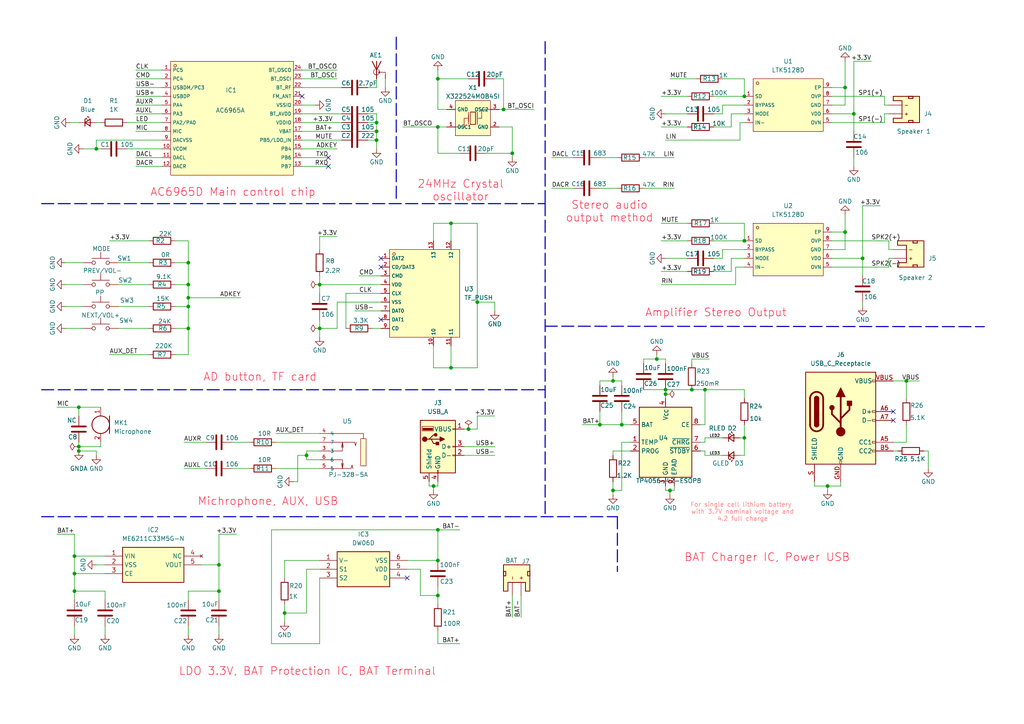
<source format=kicad_sch>
(kicad_sch (version 20250114) (generator "eeschema") (generator_version "9.0")
  (paper "A4")
  (title_block (title "Bluetooth audio board") (date "2025-11-17") (rev "V1.1") (company "EDIC"))
  (text "AC6965D Main control chip" (at 67.564 55.88 0) (effects (font (size 2.3 2.3))))
  (text "For single cell lithium battery \nwith 3.7V nominal voltage and\n4.2 full charge" (at 215.392 148.59 0) (effects (font (size 1.27 1.27))))
  (text "BAT Charger IC, Power USB" (at 222.504 161.798 0) (effects (font (size 2.3 2.3))))
  (text "Stereo audio\noutput method" (at 176.784 61.468 0) (effects (font (size 2.3 2.3))))
  (text "Michrophone, AUX, USB" (at 77.724 145.542 0) (effects (font (size 2.3 2.3))))
  (text "AD button, TF card" (at 75.438 109.474 0) (effects (font (size 2.3 2.3))))
  (text "Amplifier Stereo Output" (at 207.645 90.805 0) (effects (font (size 2.3 2.3))))
  (text "24MHz Crystal\noscillator" (at 133.604 55.372 0) (effects (font (size 2.3 2.3))))
  (text "LDO 3.3V, BAT Protection IC, BAT Terminal" (at 89.154 194.818 0) (effects (font (size 2.3 2.3))))
  (junction (at 109.22 40.64))
  (junction (at 127 36.83))
  (junction (at 177.8 142.24))
  (junction (at 127 22.86))
  (junction (at 125.73 140.97))
  (junction (at 193.04 113.03))
  (junction (at 27.94 43.18))
  (junction (at 146.05 31.75))
  (junction (at 215.9 27.94))
  (junction (at 148.59 44.45))
  (junction (at 245.11 25.4))
  (junction (at 63.5 171.45))
  (junction (at 127 172.72))
  (junction (at 190.5 104.14))
  (junction (at 250.19 74.93))
  (junction (at 127 162.56))
  (junction (at 193.04 114.3))
  (junction (at 138.43 87.63))
  (junction (at 247.65 33.02))
  (junction (at 63.5 163.83))
  (junction (at 130.81 64.77))
  (junction (at 262.89 110.49))
  (junction (at 215.9 127))
  (junction (at 180.34 123.19))
  (junction (at 177.8 110.49))
  (junction (at 22.86 118.11))
  (junction (at 54.61 76.2))
  (junction (at 21.59 171.45))
  (junction (at 22.86 129.54))
  (junction (at 240.03 140.97))
  (junction (at 215.9 69.85))
  (junction (at 92.71 95.25))
  (junction (at 127 153.67))
  (junction (at 109.22 38.1))
  (junction (at 88.9 132.08))
  (junction (at 200.66 113.03))
  (junction (at 54.61 88.9))
  (junction (at 173.99 123.19))
  (junction (at 135.89 124.46))
  (junction (at 54.61 82.55))
  (junction (at 54.61 86.36))
  (junction (at 204.47 113.03))
  (junction (at 130.81 106.68))
  (junction (at 22.86 130.81))
  (junction (at 21.59 161.29))
  (junction (at 54.61 95.25))
  (junction (at 194.31 142.24))
  (junction (at 21.59 166.37))
  (junction (at 109.22 35.56))
  (junction (at 82.55 177.8))
  (junction (at 92.71 82.55))
  (junction (at 245.11 67.31))
  (no_connect (at 95.25 48.26))
  (no_connect (at 87.63 27.94))
  (no_connect (at 110.49 92.71))
  (no_connect (at 110.49 74.93))
  (no_connect (at 110.49 77.47))
  (no_connect (at 259.08 119.38))
  (no_connect (at 259.08 121.92))
  (no_connect (at 95.25 45.72))
  (no_connect (at 118.11 167.64))
  (wire (pts (xy 250.19 74.93) (xy 250.19 80.01)))
  (wire (pts (xy 191.77 27.94) (xy 199.39 27.94)))
  (wire (pts (xy 241.3 74.93) (xy 250.19 74.93)))
  (wire (pts (xy 78.74 153.67) (xy 127 153.67)))
  (wire (pts (xy 50.8 69.85) (xy 54.61 69.85)))
  (wire (pts (xy 140.97 44.45) (xy 148.59 44.45)))
  (wire (pts (xy 53.34 135.89) (xy 59.69 135.89)))
  (wire (pts (xy 31.75 69.85) (xy 43.18 69.85)))
  (wire (pts (xy 110.49 87.63) (xy 97.79 87.63)))
  (wire (pts (xy 204.47 127) (xy 209.55 127)))
  (wire (pts (xy 80.01 125.73) (xy 92.71 125.73)))
  (wire (pts (xy 22.86 129.54) (xy 22.86 130.81)))
  (wire (pts (xy 121.92 165.1) (xy 121.92 172.72)))
  (wire (pts (xy 186.69 105.41) (xy 186.69 104.14)))
  (wire (pts (xy 127 186.69) (xy 133.35 186.69)))
  (wire (pts (xy 21.59 154.94) (xy 16.51 154.94)))
  (wire (pts (xy 124.46 139.7) (xy 124.46 140.97)))
  (wire (pts (xy 29.21 128.27) (xy 29.21 129.54)))
  (wire (pts (xy 215.9 132.08) (xy 215.9 127)))
  (wire (pts (xy 97.79 87.63) (xy 97.79 95.25)))
  (wire (pts (xy 21.59 166.37) (xy 21.59 161.29)))
  (wire (pts (xy 186.69 113.03) (xy 193.04 113.03)))
  (wire (pts (xy 133.35 44.45) (xy 127 44.45)))
  (wire (pts (xy 54.61 69.85) (xy 54.61 76.2)))
  (wire (pts (xy 193.04 115.57) (xy 193.04 114.3)))
  (wire (pts (xy 256.54 30.48) (xy 256.54 27.94)))
  (wire (pts (xy 180.34 110.49) (xy 180.34 111.76)))
  (wire (pts (xy 92.71 162.56) (xy 82.55 162.56)))
  (wire (pts (xy 135.89 124.46) (xy 138.43 124.46)))
  (wire (pts (xy 190.5 102.87) (xy 190.5 104.14)))
  (wire (pts (xy 63.5 163.83) (xy 63.5 154.94)))
  (wire (pts (xy 241.3 25.4) (xy 245.11 25.4)))
  (wire (pts (xy 20.32 35.56) (xy 22.86 35.56)))
  (polyline (pts (xy 12.065 113.03) (xy 158.115 113.03)) (stroke (width 0.32) (type dash)))
  (wire (pts (xy 39.37 48.26) (xy 46.99 48.26)))
  (wire (pts (xy 78.74 186.69) (xy 78.74 153.67)))
  (wire (pts (xy 29.21 129.54) (xy 22.86 129.54)))
  (wire (pts (xy 127 170.18) (xy 127 172.72)))
  (wire (pts (xy 214.63 40.64) (xy 214.63 35.56)))
  (wire (pts (xy 130.81 64.77) (xy 130.81 69.85)))
  (wire (pts (xy 92.71 130.81) (xy 88.9 130.81)))
  (wire (pts (xy 102.87 90.17) (xy 110.49 90.17)))
  (wire (pts (xy 160.02 45.72) (xy 166.37 45.72)))
  (wire (pts (xy 121.92 172.72) (xy 127 172.72)))
  (wire (pts (xy 245.11 67.31) (xy 245.11 62.23)))
  (wire (pts (xy 54.61 173.99) (xy 54.61 171.45)))
  (wire (pts (xy 143.51 90.17) (xy 143.51 87.63)))
  (wire (pts (xy 204.47 130.81) (xy 204.47 132.08)))
  (wire (pts (xy 39.37 30.48) (xy 46.99 30.48)))
  (wire (pts (xy 19.05 88.9) (xy 24.13 88.9)))
  (wire (pts (xy 207.01 27.94) (xy 215.9 27.94)))
  (wire (pts (xy 180.34 123.19) (xy 182.88 123.19)))
  (wire (pts (xy 259.08 128.27) (xy 262.89 128.27)))
  (wire (pts (xy 193.04 142.24) (xy 194.31 142.24)))
  (wire (pts (xy 88.9 133.35) (xy 92.71 133.35)))
  (wire (pts (xy 27.94 40.64) (xy 27.94 43.18)))
  (wire (pts (xy 182.88 128.27) (xy 180.34 128.27)))
  (wire (pts (xy 177.8 110.49) (xy 180.34 110.49)))
  (polyline (pts (xy 158.115 59.055) (xy 158.115 149.86)) (stroke (width 0.32) (type dash)))
  (wire (pts (xy 215.9 113.03) (xy 204.47 113.03)))
  (wire (pts (xy 54.61 171.45) (xy 63.5 171.45)))
  (wire (pts (xy 127 31.75) (xy 127 22.86)))
  (wire (pts (xy 193.04 113.03) (xy 200.66 113.03)))
  (wire (pts (xy 173.99 54.61) (xy 179.07 54.61)))
  (wire (pts (xy 138.43 120.65) (xy 143.51 120.65)))
  (wire (pts (xy 204.47 123.19) (xy 204.47 113.03)))
  (wire (pts (xy 215.9 115.57) (xy 215.9 113.03)))
  (wire (pts (xy 243.84 140.97) (xy 243.84 139.7)))
  (wire (pts (xy 54.61 86.36) (xy 54.61 88.9)))
  (wire (pts (xy 22.86 128.27) (xy 22.86 129.54)))
  (wire (pts (xy 247.65 45.72) (xy 247.65 48.26)))
  (wire (pts (xy 27.94 35.56) (xy 29.21 35.56)))
  (wire (pts (xy 88.9 177.8) (xy 82.55 177.8)))
  (wire (pts (xy 209.55 22.86) (xy 215.9 22.86)))
  (wire (pts (xy 213.36 82.55) (xy 213.36 77.47)))
  (wire (pts (xy 257.81 69.85) (xy 241.3 69.85)))
  (wire (pts (xy 215.9 22.86) (xy 215.9 27.94)))
  (wire (pts (xy 193.04 40.64) (xy 214.63 40.64)))
  (wire (pts (xy 92.71 92.71) (xy 92.71 95.25)))
  (wire (pts (xy 256.54 35.56) (xy 256.54 33.02)))
  (wire (pts (xy 127 153.67) (xy 127 162.56)))
  (wire (pts (xy 134.62 129.54) (xy 143.51 129.54)))
  (wire (pts (xy 127 172.72) (xy 127 175.26)))
  (wire (pts (xy 186.69 104.14) (xy 190.5 104.14)))
  (wire (pts (xy 80.01 128.27) (xy 92.71 128.27)))
  (wire (pts (xy 177.8 142.24) (xy 177.8 143.51)))
  (wire (pts (xy 127 182.88) (xy 127 186.69)))
  (wire (pts (xy 250.19 87.63) (xy 250.19 88.9)))
  (wire (pts (xy 269.24 130.81) (xy 269.24 135.89)))
  (wire (pts (xy 21.59 166.37) (xy 30.48 166.37)))
  (wire (pts (xy 92.71 82.55) (xy 110.49 82.55)))
  (wire (pts (xy 125.73 69.85) (xy 125.73 64.77)))
  (wire (pts (xy 118.11 162.56) (xy 127 162.56)))
  (wire (pts (xy 257.81 77.47) (xy 257.81 74.93)))
  (wire (pts (xy 67.31 128.27) (xy 72.39 128.27)))
  (polyline (pts (xy 12.065 149.86) (xy 147.32 149.86)) (stroke (width 0.32) (type dash)))
  (wire (pts (xy 177.8 109.22) (xy 177.8 110.49)))
  (polyline (pts (xy 147.32 149.86) (xy 179.07 149.86)) (stroke (width 0.32) (type dash)))
  (wire (pts (xy 87.63 40.64) (xy 99.06 40.64)))
  (wire (pts (xy 127 44.45) (xy 127 36.83)))
  (wire (pts (xy 34.29 95.25) (xy 43.18 95.25)))
  (wire (pts (xy 247.65 33.02) (xy 247.65 38.1)))
  (wire (pts (xy 63.5 154.94) (xy 68.58 154.94)))
  (wire (pts (xy 259.08 130.81) (xy 260.35 130.81)))
  (wire (pts (xy 146.05 31.75) (xy 154.94 31.75)))
  (wire (pts (xy 27.94 132.08) (xy 27.94 130.81)))
  (wire (pts (xy 138.43 87.63) (xy 138.43 106.68)))
  (wire (pts (xy 87.63 30.48) (xy 91.44 30.48)))
  (wire (pts (xy 39.37 38.1) (xy 46.99 38.1)))
  (wire (pts (xy 245.11 25.4) (xy 245.11 17.78)))
  (wire (pts (xy 194.31 142.24) (xy 194.31 143.51)))
  (wire (pts (xy 203.2 128.27) (xy 204.47 128.27)))
  (wire (pts (xy 207.01 36.83) (xy 212.09 36.83)))
  (wire (pts (xy 209.55 74.93) (xy 209.55 72.39)))
  (wire (pts (xy 109.22 25.4) (xy 106.68 25.4)))
  (wire (pts (xy 125.73 64.77) (xy 130.81 64.77)))
  (wire (pts (xy 87.63 43.18) (xy 97.79 43.18)))
  (wire (pts (xy 241.3 27.94) (xy 256.54 27.94)))
  (wire (pts (xy 214.63 35.56) (xy 215.9 35.56)))
  (wire (pts (xy 186.69 54.61) (xy 195.58 54.61)))
  (wire (pts (xy 194.31 22.86) (xy 201.93 22.86)))
  (wire (pts (xy 245.11 72.39) (xy 245.11 67.31)))
  (wire (pts (xy 207.01 69.85) (xy 215.9 69.85)))
  (wire (pts (xy 97.79 68.58) (xy 92.71 68.58)))
  (wire (pts (xy 118.11 165.1) (xy 121.92 165.1)))
  (wire (pts (xy 97.79 95.25) (xy 92.71 95.25)))
  (polyline (pts (xy 12.065 59.055) (xy 158.115 59.055)) (stroke (width 0.32) (type dash)))
  (wire (pts (xy 87.63 20.32) (xy 97.79 20.32)))
  (wire (pts (xy 151.13 172.72) (xy 151.13 179.07)))
  (wire (pts (xy 134.62 132.08) (xy 143.51 132.08)))
  (wire (pts (xy 63.5 173.99) (xy 63.5 171.45)))
  (wire (pts (xy 247.65 17.78) (xy 247.65 33.02)))
  (wire (pts (xy 87.63 45.72) (xy 95.25 45.72)))
  (wire (pts (xy 212.09 74.93) (xy 215.9 74.93)))
  (wire (pts (xy 168.91 123.19) (xy 173.99 123.19)))
  (wire (pts (xy 186.69 45.72) (xy 195.58 45.72)))
  (wire (pts (xy 109.22 33.02) (xy 109.22 35.56)))
  (wire (pts (xy 30.48 171.45) (xy 21.59 171.45)))
  (wire (pts (xy 262.89 110.49) (xy 262.89 115.57)))
  (wire (pts (xy 148.59 44.45) (xy 148.59 36.83)))
  (wire (pts (xy 92.71 165.1) (xy 88.9 165.1)))
  (wire (pts (xy 193.04 33.02) (xy 199.39 33.02)))
  (wire (pts (xy 255.27 59.69) (xy 250.19 59.69)))
  (wire (pts (xy 36.83 43.18) (xy 46.99 43.18)))
  (wire (pts (xy 207.01 64.77) (xy 215.9 64.77)))
  (wire (pts (xy 53.34 128.27) (xy 59.69 128.27)))
  (wire (pts (xy 87.63 38.1) (xy 99.06 38.1)))
  (wire (pts (xy 138.43 106.68) (xy 130.81 106.68)))
  (wire (pts (xy 148.59 44.45) (xy 148.59 45.72)))
  (wire (pts (xy 127 22.86) (xy 127 20.32)))
  (wire (pts (xy 31.75 102.87) (xy 43.18 102.87)))
  (wire (pts (xy 241.3 77.47) (xy 257.81 77.47)))
  (wire (pts (xy 87.63 22.86) (xy 97.79 22.86)))
  (wire (pts (xy 109.22 40.64) (xy 109.22 43.18)))
  (wire (pts (xy 193.04 74.93) (xy 199.39 74.93)))
  (wire (pts (xy 50.8 88.9) (xy 54.61 88.9)))
  (wire (pts (xy 241.3 67.31) (xy 245.11 67.31)))
  (wire (pts (xy 21.59 161.29) (xy 30.48 161.29)))
  (wire (pts (xy 92.71 95.25) (xy 92.71 97.79)))
  (polyline (pts (xy 179.07 149.86) (xy 179.07 165.735)) (stroke (width 0.32) (type dash)))
  (wire (pts (xy 80.01 135.89) (xy 92.71 135.89)))
  (wire (pts (xy 39.37 45.72) (xy 46.99 45.72)))
  (wire (pts (xy 212.09 78.74) (xy 212.09 74.93)))
  (wire (pts (xy 130.81 64.77) (xy 138.43 64.77)))
  (wire (pts (xy 209.55 30.48) (xy 215.9 30.48)))
  (wire (pts (xy 173.99 110.49) (xy 177.8 110.49)))
  (wire (pts (xy 245.11 30.48) (xy 245.11 25.4)))
  (wire (pts (xy 30.48 181.61) (xy 30.48 184.15)))
  (wire (pts (xy 138.43 124.46) (xy 138.43 120.65)))
  (wire (pts (xy 21.59 161.29) (xy 21.59 154.94)))
  (wire (pts (xy 92.71 82.55) (xy 92.71 85.09)))
  (wire (pts (xy 67.31 135.89) (xy 72.39 135.89)))
  (wire (pts (xy 212.09 36.83) (xy 212.09 33.02)))
  (wire (pts (xy 200.66 105.41) (xy 200.66 104.14)))
  (wire (pts (xy 236.22 140.97) (xy 240.03 140.97)))
  (wire (pts (xy 109.22 22.86) (xy 109.22 25.4)))
  (wire (pts (xy 39.37 22.86) (xy 46.99 22.86)))
  (wire (pts (xy 87.63 35.56) (xy 99.06 35.56)))
  (wire (pts (xy 34.29 88.9) (xy 43.18 88.9)))
  (wire (pts (xy 100.33 85.09) (xy 110.49 85.09)))
  (wire (pts (xy 88.9 130.81) (xy 88.9 132.08)))
  (wire (pts (xy 257.81 72.39) (xy 257.81 69.85)))
  (wire (pts (xy 214.63 132.08) (xy 215.9 132.08)))
  (wire (pts (xy 262.89 128.27) (xy 262.89 123.19)))
  (wire (pts (xy 212.09 33.02) (xy 215.9 33.02)))
  (wire (pts (xy 173.99 45.72) (xy 179.07 45.72)))
  (wire (pts (xy 267.97 130.81) (xy 269.24 130.81)))
  (wire (pts (xy 194.31 142.24) (xy 195.58 142.24)))
  (wire (pts (xy 88.9 165.1) (xy 88.9 177.8)))
  (wire (pts (xy 46.99 40.64) (xy 27.94 40.64)))
  (wire (pts (xy 106.68 35.56) (xy 109.22 35.56)))
  (wire (pts (xy 193.04 140.97) (xy 193.04 142.24)))
  (wire (pts (xy 27.94 130.81) (xy 22.86 130.81)))
  (polyline (pts (xy 158.115 12.065) (xy 158.115 59.055)) (stroke (width 0.32) (type dash)))
  (wire (pts (xy 134.62 124.46) (xy 135.89 124.46)))
  (wire (pts (xy 39.37 27.94) (xy 46.99 27.94)))
  (wire (pts (xy 22.86 118.11) (xy 29.21 118.11)))
  (wire (pts (xy 213.36 77.47) (xy 215.9 77.47)))
  (wire (pts (xy 27.94 43.18) (xy 29.21 43.18)))
  (wire (pts (xy 54.61 102.87) (xy 50.8 102.87)))
  (wire (pts (xy 106.68 40.64) (xy 109.22 40.64)))
  (wire (pts (xy 173.99 119.38) (xy 173.99 123.19)))
  (wire (pts (xy 58.42 163.83) (xy 63.5 163.83)))
  (wire (pts (xy 191.77 82.55) (xy 213.36 82.55)))
  (wire (pts (xy 215.9 127) (xy 215.9 123.19)))
  (wire (pts (xy 85.09 139.7) (xy 86.36 139.7)))
  (wire (pts (xy 160.02 54.61) (xy 166.37 54.61)))
  (wire (pts (xy 191.77 69.85) (xy 199.39 69.85)))
  (wire (pts (xy 259.08 110.49) (xy 262.89 110.49)))
  (wire (pts (xy 87.63 33.02) (xy 99.06 33.02)))
  (wire (pts (xy 19.05 76.2) (xy 24.13 76.2)))
  (wire (pts (xy 106.68 38.1) (xy 109.22 38.1)))
  (wire (pts (xy 207.01 74.93) (xy 209.55 74.93)))
  (wire (pts (xy 116.84 36.83) (xy 127 36.83)))
  (wire (pts (xy 88.9 132.08) (xy 88.9 133.35)))
  (wire (pts (xy 173.99 123.19) (xy 180.34 123.19)))
  (wire (pts (xy 180.34 128.27) (xy 180.34 142.24)))
  (wire (pts (xy 63.5 181.61) (xy 63.5 184.15)))
  (wire (pts (xy 21.59 171.45) (xy 21.59 166.37)))
  (wire (pts (xy 92.71 68.58) (xy 92.71 72.39)))
  (wire (pts (xy 240.03 140.97) (xy 243.84 140.97)))
  (wire (pts (xy 127 36.83) (xy 129.54 36.83)))
  (wire (pts (xy 143.51 22.86) (xy 146.05 22.86)))
  (wire (pts (xy 106.68 33.02) (xy 109.22 33.02)))
  (wire (pts (xy 193.04 104.14) (xy 193.04 105.41)))
  (wire (pts (xy 86.36 139.7) (xy 86.36 132.08)))
  (wire (pts (xy 215.9 64.77) (xy 215.9 69.85)))
  (wire (pts (xy 125.73 106.68) (xy 125.73 100.33)))
  (wire (pts (xy 27.94 163.83) (xy 30.48 163.83)))
  (wire (pts (xy 180.34 119.38) (xy 180.34 123.19)))
  (wire (pts (xy 191.77 64.77) (xy 199.39 64.77)))
  (wire (pts (xy 107.95 95.25) (xy 110.49 95.25)))
  (wire (pts (xy 54.61 76.2) (xy 54.61 82.55)))
  (wire (pts (xy 54.61 181.61) (xy 54.61 184.15)))
  (wire (pts (xy 36.83 35.56) (xy 46.99 35.56)))
  (wire (pts (xy 104.14 80.01) (xy 110.49 80.01)))
  (wire (pts (xy 19.05 82.55) (xy 24.13 82.55)))
  (wire (pts (xy 130.81 100.33) (xy 130.81 106.68)))
  (wire (pts (xy 207.01 33.02) (xy 209.55 33.02)))
  (wire (pts (xy 34.29 82.55) (xy 43.18 82.55)))
  (wire (pts (xy 124.46 140.97) (xy 125.73 140.97)))
  (wire (pts (xy 87.63 25.4) (xy 99.06 25.4)))
  (wire (pts (xy 21.59 173.99) (xy 21.59 171.45)))
  (wire (pts (xy 92.71 186.69) (xy 78.74 186.69)))
  (wire (pts (xy 125.73 140.97) (xy 127 140.97)))
  (wire (pts (xy 256.54 30.48) (xy 257.81 30.48)))
  (wire (pts (xy 209.55 72.39) (xy 215.9 72.39)))
  (wire (pts (xy 111.76 22.86) (xy 111.76 25.4)))
  (wire (pts (xy 22.86 118.11) (xy 22.86 120.65)))
  (wire (pts (xy 54.61 86.36) (xy 69.85 86.36)))
  (wire (pts (xy 144.78 31.75) (xy 146.05 31.75)))
  (wire (pts (xy 256.54 33.02) (xy 257.81 33.02)))
  (wire (pts (xy 207.01 78.74) (xy 212.09 78.74)))
  (wire (pts (xy 82.55 175.26) (xy 82.55 177.8)))
  (wire (pts (xy 92.71 167.64) (xy 92.71 186.69)))
  (wire (pts (xy 143.51 87.63) (xy 138.43 87.63)))
  (wire (pts (xy 87.63 48.26) (xy 95.25 48.26)))
  (wire (pts (xy 190.5 104.14) (xy 193.04 104.14)))
  (wire (pts (xy 236.22 139.7) (xy 236.22 140.97)))
  (wire (pts (xy 138.43 64.77) (xy 138.43 87.63)))
  (wire (pts (xy 241.3 72.39) (xy 245.11 72.39)))
  (wire (pts (xy 177.8 130.81) (xy 177.8 132.08)))
  (wire (pts (xy 86.36 132.08) (xy 88.9 132.08)))
  (wire (pts (xy 63.5 171.45) (xy 63.5 163.83)))
  (polyline (pts (xy 114.935 10.795) (xy 114.935 58.42)) (stroke (width 0.32) (type dash)))
  (wire (pts (xy 39.37 25.4) (xy 46.99 25.4)))
  (wire (pts (xy 204.47 128.27) (xy 204.47 127)))
  (wire (pts (xy 21.59 181.61) (xy 21.59 184.15)))
  (wire (pts (xy 214.63 127) (xy 215.9 127)))
  (wire (pts (xy 195.58 142.24) (xy 195.58 140.97)))
  (wire (pts (xy 19.05 95.25) (xy 24.13 95.25)))
  (wire (pts (xy 182.88 130.81) (xy 177.8 130.81)))
  (wire (pts (xy 204.47 113.03) (xy 200.66 113.03)))
  (wire (pts (xy 200.66 104.14) (xy 205.74 104.14)))
  (wire (pts (xy 127 140.97) (xy 127 139.7)))
  (wire (pts (xy 34.29 76.2) (xy 43.18 76.2)))
  (wire (pts (xy 30.48 173.99) (xy 30.48 171.45)))
  (wire (pts (xy 241.3 35.56) (xy 256.54 35.56)))
  (wire (pts (xy 109.22 38.1) (xy 109.22 40.64)))
  (wire (pts (xy 82.55 177.8) (xy 82.55 180.34)))
  (wire (pts (xy 209.55 33.02) (xy 209.55 30.48)))
  (wire (pts (xy 241.3 33.02) (xy 247.65 33.02)))
  (wire (pts (xy 100.33 85.09) (xy 100.33 95.25)))
  (polyline (pts (xy 158.115 94.615) (xy 285.496 94.742)) (stroke (width 0.32) (type dash)))
  (wire (pts (xy 125.73 140.97) (xy 125.73 142.24)))
  (wire (pts (xy 127 22.86) (xy 135.89 22.86)))
  (wire (pts (xy 191.77 36.83) (xy 199.39 36.83)))
  (wire (pts (xy 50.8 82.55) (xy 54.61 82.55)))
  (wire (pts (xy 250.19 59.69) (xy 250.19 74.93)))
  (wire (pts (xy 39.37 33.02) (xy 46.99 33.02)))
  (wire (pts (xy 146.05 22.86) (xy 146.05 31.75)))
  (wire (pts (xy 193.04 114.3) (xy 193.04 113.03)))
  (wire (pts (xy 177.8 139.7) (xy 177.8 142.24)))
  (wire (pts (xy 257.81 74.93) (xy 259.08 74.93)))
  (wire (pts (xy 180.34 142.24) (xy 177.8 142.24)))
  (wire (pts (xy 148.59 36.83) (xy 144.78 36.83)))
  (wire (pts (xy 241.3 30.48) (xy 245.11 30.48)))
  (wire (pts (xy 257.81 72.39) (xy 259.08 72.39)))
  (wire (pts (xy 129.54 31.75) (xy 127 31.75)))
  (wire (pts (xy 39.37 20.32) (xy 46.99 20.32)))
  (wire (pts (xy 204.47 132.08) (xy 209.55 132.08)))
  (wire (pts (xy 173.99 111.76) (xy 173.99 110.49)))
  (wire (pts (xy 54.61 88.9) (xy 54.61 95.25)))
  (wire (pts (xy 50.8 95.25) (xy 54.61 95.25)))
  (wire (pts (xy 203.2 130.81) (xy 204.47 130.81)))
  (wire (pts (xy 127 153.67) (xy 133.35 153.67)))
  (wire (pts (xy 54.61 82.55) (xy 54.61 86.36)))
  (wire (pts (xy 240.03 140.97) (xy 240.03 142.24)))
  (wire (pts (xy 82.55 162.56) (xy 82.55 167.64)))
  (wire (pts (xy 109.22 35.56) (xy 109.22 38.1)))
  (wire (pts (xy 54.61 95.25) (xy 54.61 102.87)))
  (wire (pts (xy 252.73 17.78) (xy 247.65 17.78)))
  (wire (pts (xy 50.8 76.2) (xy 54.61 76.2)))
  (wire (pts (xy 16.51 118.11) (xy 22.86 118.11)))
  (wire (pts (xy 262.89 110.49) (xy 266.7 110.49)))
  (wire (pts (xy 92.71 80.01) (xy 92.71 82.55)))
  (wire (pts (xy 191.77 78.74) (xy 199.39 78.74)))
  (wire (pts (xy 24.13 43.18) (xy 27.94 43.18)))
  (wire (pts (xy 203.2 123.19) (xy 204.47 123.19)))
  (wire (pts (xy 148.59 172.72) (xy 148.59 179.07)))
  (wire (pts (xy 130.81 106.68) (xy 125.73 106.68)))
  (label "DACL" (at 39.37 45.72 0))
  (label "USB-" (at 143.51 132.08 180))
  (label "BT_OSCI" (at 97.79 22.86 180))
  (label "+3.3V" (at 252.73 17.78 180))
  (label "+3.3V" (at 31.75 69.85 0))
  (label "LED3" (at 205.74 132.08 0) (effects (font (size 0.8 0.8))))
  (label "BAT+" (at 133.35 186.69 180))
  (label "RXD" (at 95.25 48.26 180))
  (label "BT_OSCO" (at 116.84 36.83 0))
  (label "USB+" (at 39.37 27.94 0))
  (label "AUXL" (at 53.34 135.89 0))
  (label "ADKEY" (at 97.79 43.18 180))
  (label "SP1(-)" (at 248.92 35.56 0))
  (label "SPK2(+)" (at 252.73 69.85 0))
  (label "VBUS" (at 266.7 110.49 180))
  (label "USB-" (at 39.37 25.4 0))
  (label "BAT-" (at 133.35 153.67 180))
  (label "USB-" (at 102.87 90.17 0))
  (label "AUXR" (at 53.34 128.27 0))
  (label "SP1(+)" (at 248.92 27.94 0))
  (label "+3.3V" (at 191.77 27.94 0))
  (label "+3.3V" (at 191.77 78.74 0))
  (label "AUXR" (at 39.37 30.48 0))
  (label "LED2" (at 205.74 127 0) (effects (font (size 0.8 0.8))))
  (label "LIN" (at 193.04 40.64 0))
  (label "MIC" (at 39.37 38.1 0))
  (label "MUTE" (at 191.77 64.77 0))
  (label "ADKEY" (at 69.85 86.36 180))
  (label "CMD" (at 39.37 22.86 0))
  (label "BAT+" (at 168.91 123.19 0))
  (label "MUTE" (at 194.31 22.86 0))
  (label "BAT+" (at 148.59 179.07 90))
  (label "+3.3V" (at 68.58 154.94 180))
  (label "+3.3V" (at 96.52 35.56 180))
  (label "DACR" (at 39.37 48.26 0))
  (label "+3.3V" (at 255.27 59.69 180))
  (label "DACL" (at 160.02 45.72 0))
  (label "BAT-" (at 151.13 179.07 90))
  (label "AUXL" (at 39.37 33.02 0))
  (label "+3.3V" (at 191.77 69.85 0))
  (label "+3.3V" (at 191.77 36.83 0))
  (label "AUX_DET" (at 31.75 102.87 0))
  (label "CMD" (at 104.14 80.01 0))
  (label "RIN" (at 191.77 82.55 0))
  (label "AUX_DET" (at 80.01 125.73 0))
  (label "VBUS" (at 205.74 104.14 180))
  (label "+3.3V" (at 143.51 120.65 180))
  (label "SPK2(-)" (at 252.73 77.47 0))
  (label "BT_OSCI" (at 154.94 31.75 180))
  (label "TXD" (at 95.25 45.72 180))
  (label "BT_OSCO" (at 97.79 20.32 180))
  (label "BAT+" (at 16.51 154.94 0))
  (label "BAT+" (at 96.52 38.1 180))
  (label "MIC" (at 16.51 118.11 0))
  (label "DACR" (at 160.02 54.61 0))
  (label "CLK" (at 104.14 85.09 0))
  (label "LED" (at 39.37 35.56 0))
  (label "MUTE" (at 96.52 40.64 180))
  (label "+3.3V" (at 97.79 68.58 180))
  (label "CLK" (at 39.37 20.32 0))
  (label "USB+" (at 143.51 129.54 180))
  (label "RIN" (at 195.58 54.61 180))
  (label "LIN" (at 195.58 45.72 180))
  (symbol (lib_id "Device:C") (at 173.99 115.57 180) (unit 1)
    (property "Reference" "C25" (at 176.022 117.602 0))
    (property "Value" "10uF" (at 176.53 113.03 0))
    (property "Footprint" "PCM_SparkFun-Capacitor:C_0603_1608Metric" (effects (hide yes)))
    (property "Description" "Unpolarized capacitor" (effects (hide yes)))
  )
  (symbol (lib_id "Device:R") (at 205.74 22.86 90) (unit 1)
    (property "Reference" "R13" (at 205.74 22.86 90))
    (property "Value" "1K" (at 209.804 21.844 90))
    (property "Footprint" "PCM_SparkFun-Resistor:R_0603_1608Metric" (effects (hide yes)))
    (property "Description" "Resistor" (effects (hide yes)))
  )
  (symbol (lib_id "Device:R") (at 46.99 95.25 90) (unit 1)
    (property "Reference" "R6" (at 47.244 95.25 90))
    (property "Value" "24K" (at 47.752 93.218 90))
    (property "Footprint" "PCM_SparkFun-Resistor:R_0603_1608Metric" (effects (hide yes)))
    (property "Description" "Resistor" (effects (hide yes)))
  )
  (symbol (lib_id "PCM_SparkFun-LED:LED_Green_1206") (at 212.09 132.08 0) (mirror x) (unit 1)
    (property "Reference" "D3" (at 214.376 134.366 0))
    (property "Value" "GLED" (at 209.042 134.366 0))
    (property "Footprint" "PCM_SparkFun-LED:LED_0603_1608Metric_Green" (effects (hide yes)))
    (property "Datasheet" "https://www.inolux-corp.com/datasheet/SMDLED/Mono%20Color%20Top%20View/IN-S126AT%20Series_V1.0.pdf" (effects (hide yes)))
    (property "Description" "Light emitting diode" (effects (hide yes)))
    (property "PROD_ID" "DIO-09910" (effects (hide yes)))
  )
  (symbol (lib_id "Device:R") (at 203.2 36.83 90) (unit 1)
    (property "Reference" "R14" (at 202.946 36.83 90))
    (property "Value" "10K" (at 208.534 35.814 90))
    (property "Footprint" "PCM_SparkFun-Resistor:R_0603_1608Metric" (effects (hide yes)))
    (property "Description" "Resistor" (effects (hide yes)))
  )
  (symbol (lib_id "Device:R") (at 46.99 76.2 90) (unit 1)
    (property "Reference" "R3" (at 47.244 76.2 90))
    (property "Value" "0R" (at 48.006 73.914 90))
    (property "Footprint" "PCM_SparkFun-Resistor:R_0603_1608Metric" (effects (hide yes)))
    (property "Description" "Resistor" (effects (hide yes)))
  )
  (symbol (lib_id "Device:R") (at 46.99 69.85 90) (unit 1)
    (property "Reference" "R2" (at 46.482 69.85 90))
    (property "Value" "22K" (at 48.006 67.818 90))
    (property "Footprint" "PCM_SparkFun-Resistor:R_0603_1608Metric" (effects (hide yes)))
    (property "Description" "Resistor" (effects (hide yes)))
  )
  (symbol (lib_id "Device:R") (at 127 179.07 0) (unit 1)
    (property "Reference" "R21" (at 130.302 177.546 0))
    (property "Value" "100R" (at 131.064 180.848 0))
    (property "Footprint" "PCM_SparkFun-Resistor:R_0603_1608Metric" (effects (hide yes)))
    (property "Description" "Resistor" (effects (hide yes)))
  )
  (symbol (lib_id "PCM_SparkFun-PowerSymbol:GND") (at 245.11 62.23 180) (unit 1)
    (property "Reference" "#PWR021" (effects (hide yes)))
    (property "Value" "GND" (at 245.11 58.42 0))
    (property "Description" "Power symbol creates a global label with name \"GND\" , ground" (effects (hide yes)))
  )
  (symbol (lib_id "PCM_SparkFun-PowerSymbol:GND") (at 109.22 43.18 0) (unit 1)
    (property "Reference" "#PWR03" (effects (hide yes)))
    (property "Value" "GND" (at 109.22 46.99 0))
    (property "Description" "Power symbol creates a global label with name \"GND\" , ground" (effects (hide yes)))
  )
  (symbol (lib_id "Device:C") (at 63.5 135.89 90) (unit 1)
    (property "Reference" "C10" (at 60.96 134.62 90))
    (property "Value" "106" (at 67.31 134.62 90))
    (property "Footprint" "PCM_SparkFun-Capacitor:C_0603_1608Metric" (effects (hide yes)))
    (property "Description" "Unpolarized capacitor" (effects (hide yes)))
  )
  (symbol (lib_id "Device:C") (at 186.69 109.22 180) (unit 1)
    (property "Reference" "C26" (at 188.722 111.252 0))
    (property "Value" "10uF" (at 189.23 106.68 0))
    (property "Footprint" "PCM_SparkFun-Capacitor:C_0603_1608Metric" (effects (hide yes)))
    (property "Description" "Unpolarized capacitor" (effects (hide yes)))
  )
  (symbol (lib_id "PCM_SparkFun-PowerSymbol:GND") (at 27.94 132.08 0) (unit 1)
    (property "Reference" "#PWR035" (effects (hide yes)))
    (property "Value" "GND" (at 27.94 135.89 0))
    (property "Description" "Power symbol creates a global label with name \"GND\" , ground" (effects (hide yes)))
  )
  (symbol (lib_id "Device:R") (at 200.66 109.22 0) (unit 1)
    (property "Reference" "R23" (at 203.962 107.696 0))
    (property "Value" "250mR" (at 205.232 111.252 0))
    (property "Footprint" "PCM_SparkFun-Resistor:R_0603_1608Metric" (effects (hide yes)))
    (property "Description" "Resistor" (effects (hide yes)))
  )
  (symbol (lib_id "PCM_4ms_Power-symbol:PWR_FLAG") (at 22.86 129.54 90) (unit 1)
    (property "Reference" "#FLG03" (effects (hide yes)))
    (property "Value" "PWR_FLAG" (effects (hide yes)))
  )
  (symbol (lib_id "My_symbol_lib:LTK5128D") (at 228.6 72.39 0) (unit 1)
    (property "Reference" "U2" (at 228.6 59.69 0))
    (property "Value" "LTK5128D" (at 228.6 62.23 0))
    (property "Footprint" "My_footprint_lib:ESOP-8_L4.9-W3.9-P1.27-LS6.0-BL-EP" (effects (hide yes)))
    (property "Datasheet" "https://www.mornsun.cn/html/pdf/SCM1501B.html" (effects (hide yes)))
    (property "LCSC" "C406244" (effects (hide yes)))
  )
  (symbol (lib_id "Device:C") (at 22.86 124.46 180) (unit 1)
    (property "Reference" "C8" (at 21.082 126.746 0))
    (property "Value" "NC" (at 20.828 121.92 0))
    (property "Footprint" "PCM_SparkFun-Capacitor:C_0603_1608Metric" (effects (hide yes)))
    (property "Description" "Unpolarized capacitor" (effects (hide yes)))
  )
  (symbol (lib_id "PCM_SparkFun-PowerSymbol:GND") (at 30.48 184.15 0) (unit 1)
    (property "Reference" "#PWR025" (effects (hide yes)))
    (property "Value" "GND" (at 30.48 187.96 0))
    (property "Description" "Power symbol creates a global label with name \"GND\" , ground" (effects (hide yes)))
  )
  (symbol (lib_id "PCM_SparkFun-PowerSymbol:GND") (at 247.65 48.26 0) (unit 1)
    (property "Reference" "#PWR019" (effects (hide yes)))
    (property "Value" "GND" (at 247.65 52.07 0))
    (property "Description" "Power symbol creates a global label with name \"GND\" , ground" (effects (hide yes)))
  )
  (symbol (lib_id "Device:R") (at 182.88 45.72 90) (unit 1)
    (property "Reference" "R15" (at 182.626 45.72 90))
    (property "Value" "47K" (at 188.214 44.704 90))
    (property "Footprint" "PCM_SparkFun-Resistor:R_0603_1608Metric" (effects (hide yes)))
    (property "Description" "Resistor" (effects (hide yes)))
  )
  (symbol (lib_id "PCM_SparkFun-PowerSymbol:GND") (at 245.11 17.78 180) (unit 1)
    (property "Reference" "#PWR018" (effects (hide yes)))
    (property "Value" "GND" (at 245.11 13.97 0))
    (property "Description" "Power symbol creates a global label with name \"GND\" , ground" (effects (hide yes)))
  )
  (symbol (lib_id "Device:R") (at 177.8 135.89 0) (unit 1)
    (property "Reference" "R22" (at 181.102 134.366 0))
    (property "Value" "1.2K" (at 181.102 137.922 0))
    (property "Footprint" "PCM_SparkFun-Resistor:R_0603_1608Metric" (effects (hide yes)))
    (property "Description" "Resistor" (effects (hide yes)))
  )
  (symbol (lib_id "PCM_SparkFun-PowerSymbol:GND") (at 177.8 143.51 0) (unit 1)
    (property "Reference" "#PWR029" (effects (hide yes)))
    (property "Value" "GND" (at 177.8 147.32 0))
    (property "Description" "Power symbol creates a global label with name \"GND\" , ground" (effects (hide yes)))
  )
  (symbol (lib_id "PCM_SparkFun-PowerSymbol:GND") (at 82.55 180.34 0) (unit 1)
    (property "Reference" "#PWR028" (effects (hide yes)))
    (property "Value" "GND" (at 82.55 184.15 0))
    (property "Description" "Power symbol creates a global label with name \"GND\" , ground" (effects (hide yes)))
  )
  (symbol (lib_id "PCM_SparkFun-PowerSymbol:GND") (at 91.44 30.48 90) (unit 1)
    (property "Reference" "#PWR05" (effects (hide yes)))
    (property "Value" "GND" (at 95.25 30.48 0))
    (property "Description" "Power symbol creates a global label with name \"GND\" , ground" (effects (hide yes)))
  )
  (symbol (lib_id "Device:C") (at 127 166.37 180) (unit 1)
    (property "Reference" "C23" (at 129.54 168.656 0))
    (property "Value" "100nF" (at 130.556 163.83 0))
    (property "Footprint" "PCM_SparkFun-Capacitor:C_0603_1608Metric" (effects (hide yes)))
    (property "Description" "Unpolarized capacitor" (effects (hide yes)))
  )
  (symbol (lib_id "Connector:USB_A") (at 127 129.54 0) (unit 1)
    (property "Reference" "J3" (at 127 116.84 0))
    (property "Value" "USB_A" (at 127 119.38 0))
    (property "Footprint" "Connector_USB:USB_A_Molex_67643_Horizontal" (effects (hide yes)))
    (property "Description" "USB Type A connector" (effects (hide yes)))
  )
  (symbol (lib_id "Device:R") (at 264.16 130.81 90) (unit 1)
    (property "Reference" "R25" (at 261.366 133.096 90))
    (property "Value" "5.1K" (at 266.192 133.096 90))
    (property "Footprint" "PCM_SparkFun-Resistor:R_0603_1608Metric" (effects (hide yes)))
    (property "Description" "Resistor" (effects (hide yes)))
  )
  (symbol (lib_id "Device:R") (at 262.89 119.38 0) (unit 1)
    (property "Reference" "R26" (at 265.938 117.602 0))
    (property "Value" "5.1K" (at 266.192 121.158 0))
    (property "Footprint" "PCM_SparkFun-Resistor:R_0603_1608Metric" (effects (hide yes)))
    (property "Description" "Resistor" (effects (hide yes)))
  )
  (symbol (lib_id "Device:C") (at 193.04 109.22 180) (unit 1)
    (property "Reference" "C27" (at 195.326 111.506 0))
    (property "Value" "100nF" (at 196.342 106.934 0))
    (property "Footprint" "PCM_SparkFun-Capacitor:C_0603_1608Metric" (effects (hide yes)))
    (property "Description" "Unpolarized capacitor" (effects (hide yes)))
  )
  (symbol (lib_id "PCM_SparkFun-PowerSymbol:GND") (at 250.19 88.9 0) (unit 1)
    (property "Reference" "#PWR022" (effects (hide yes)))
    (property "Value" "GND" (at 250.19 92.71 0))
    (property "Description" "Power symbol creates a global label with name \"GND\" , ground" (effects (hide yes)))
  )
  (symbol (lib_id "Device:C") (at 92.71 88.9 0) (unit 1)
    (property "Reference" "C7" (at 94.488 86.614 0))
    (property "Value" "106" (at 94.996 91.186 0))
    (property "Footprint" "PCM_SparkFun-Capacitor:C_0603_1608Metric" (effects (hide yes)))
    (property "Description" "Unpolarized capacitor" (effects (hide yes)))
  )
  (symbol (lib_id "Device:R") (at 46.99 88.9 90) (unit 1)
    (property "Reference" "R5" (at 46.736 88.9 90))
    (property "Value" "15K" (at 47.244 86.614 90))
    (property "Footprint" "PCM_SparkFun-Resistor:R_0603_1608Metric" (effects (hide yes)))
    (property "Description" "Resistor" (effects (hide yes)))
  )
  (symbol (lib_id "PCM_SparkFun-PowerSymbol:GND") (at 54.61 184.15 0) (unit 1)
    (property "Reference" "#PWR026" (effects (hide yes)))
    (property "Value" "GND" (at 54.61 187.96 0))
    (property "Description" "Power symbol creates a global label with name \"GND\" , ground" (effects (hide yes)))
  )
  (symbol (lib_id "Device:R") (at 203.2 27.94 90) (unit 1)
    (property "Reference" "R12" (at 202.946 27.94 90))
    (property "Value" "100K" (at 208.534 26.924 90))
    (property "Footprint" "PCM_SparkFun-Resistor:R_0603_1608Metric" (effects (hide yes)))
    (property "Description" "Resistor" (effects (hide yes)))
  )
  (symbol (lib_id "Device:C") (at 102.87 33.02 90) (unit 1)
    (property "Reference" "C5" (at 100.33 31.75 90))
    (property "Value" "105" (at 106.68 31.75 90))
    (property "Footprint" "PCM_SparkFun-Capacitor:C_0603_1608Metric" (effects (hide yes)))
    (property "Description" "Unpolarized capacitor" (effects (hide yes)))
  )
  (symbol (lib_id "Device:C") (at 33.02 43.18 90) (unit 1)
    (property "Reference" "C1" (at 30.48 41.91 90))
    (property "Value" "105" (at 36.83 41.91 90))
    (property "Footprint" "PCM_SparkFun-Capacitor:C_0603_1608Metric" (effects (hide yes)))
    (property "Description" "Unpolarized capacitor" (effects (hide yes)))
  )
  (symbol (lib_id "PCM_SparkFun-PowerSymbol:GND") (at 19.05 82.55 270) (unit 1)
    (property "Reference" "#PWR07" (effects (hide yes)))
    (property "Value" "GND" (at 15.24 82.55 0))
    (property "Description" "Power symbol creates a global label with name \"GND\" , ground" (effects (hide yes)))
  )
  (symbol (lib_id "Device:C") (at 30.48 177.8 180) (unit 1)
    (property "Reference" "C20" (at 32.766 180.086 0))
    (property "Value" "100nF" (at 33.782 175.514 0))
    (property "Footprint" "PCM_SparkFun-Capacitor:C_0603_1608Metric" (effects (hide yes)))
    (property "Description" "Unpolarized capacitor" (effects (hide yes)))
  )
  (symbol (lib_id "Device:C") (at 63.5 128.27 90) (unit 1)
    (property "Reference" "C9" (at 60.96 127 90))
    (property "Value" "106" (at 67.31 127 90))
    (property "Footprint" "PCM_SparkFun-Capacitor:C_0603_1608Metric" (effects (hide yes)))
    (property "Description" "Unpolarized capacitor" (effects (hide yes)))
  )
  (symbol (lib_id "PCM_SparkFun-PowerSymbol:GND") (at 92.71 97.79 0) (unit 1)
    (property "Reference" "#PWR010" (effects (hide yes)))
    (property "Value" "GND" (at 92.71 101.6 0))
    (property "Description" "Power symbol creates a global label with name \"GND\" , ground" (effects (hide yes)))
  )
  (symbol (lib_id "PCM_SparkFun-Connector:USB_C_Receptacle") (at 243.84 119.38 0) (unit 1)
    (property "Reference" "J6" (at 243.84 102.87 0))
    (property "Value" "USB_C_Receptacle" (at 243.84 105.41 0))
    (property "Footprint" "PCM_SparkFun-Connector:USB-C_16" (effects (hide yes)))
    (property "Datasheet" "https://www.usb.org/sites/default/files/documents/usb_type-c.zip" (effects (hide yes)))
    (property "Description" "USB 2.0-only Type-C Receptacle connector" (effects (hide yes)))
    (property "PROD_ID" "CONN-14122" (effects (hide yes)))
  )
  (symbol (lib_id "PCM_SparkFun-Connector:Conn_01x02_JST_P2.0mm_Horizontal_SMD_LiPo") (at 262.89 33.02 0) (mirror x) (unit 1)
    (property "Reference" "J4" (at 267.97 33.0201 0) (effects (justify left)))
    (property "Value" "Speaker 1" (at 260.096 38.1 0) (effects (justify left)))
    (property "Footprint" "PCM_SparkFun-Connector:JST_1x02_P2.0mm_Horizontal_SMD" (effects (hide yes)))
    (property "Description" "2 Pin 2mm JST Battery Connector" (effects (hide yes)))
    (property "PROD_ID" "CONN-11443" (effects (hide yes)))
  )
  (symbol (lib_id "Device:R") (at 203.2 78.74 90) (unit 1)
    (property "Reference" "R19" (at 202.946 78.74 90))
    (property "Value" "10K" (at 208.534 77.724 90))
    (property "Footprint" "PCM_SparkFun-Resistor:R_0603_1608Metric" (effects (hide yes)))
    (property "Description" "Resistor" (effects (hide yes)))
  )
  (symbol (lib_id "SamacSys_Parts:DW06D") (at 92.71 162.56 0) (unit 1)
    (property "Reference" "IC3" (at 105.41 154.94 0))
    (property "Value" "DW06D" (at 105.41 157.48 0))
    (property "Footprint" "SamacSys_Parts:SOT95P290X124-6N" (effects (hide yes)))
    (property "Datasheet" "https://www.alldatasheet.com/view.jsp?Searchword=DW06D" (effects (hide yes)))
    (property "Description" "SOT-23-6 Battery Protection ICs RoHS" (effects (hide yes)))
    (property "Height" "1.24" (effects (hide yes)))
    (property "Manufacturer_Name" "SHENZHEN FUMAN ELECTRONICS CO., LTD." (effects (hide yes)))
    (property "Manufacturer_Part_Number" "DW06D" (effects (hide yes)))
  )
  (symbol (lib_id "Device:C") (at 102.87 35.56 90) (unit 1)
    (property "Reference" "C4" (at 100.33 34.29 90))
    (property "Value" "105" (at 106.68 34.29 90))
    (property "Footprint" "PCM_SparkFun-Capacitor:C_0603_1608Metric" (effects (hide yes)))
    (property "Description" "Unpolarized capacitor" (effects (hide yes)))
  )
  (symbol (lib_id "PCM_SparkFun-RF:Antenna_Ceramic_GNSS_18.0x18.0mm") (at 109.22 20.32 0) (unit 1)
    (property "Reference" "AE1" (at 107.188 16.002 0) (effects (justify left)))
    (property "Value" "Antenna" (effects (hide yes)))
    (property "Footprint" "RF_Antenna:Texas_SWRA117D_2.4GHz_Left" (effects (hide yes)))
    (property "Datasheet" "https://quectel.com/content/uploads/2024/03/Quectel_Antenna_YCGS005AA_Datasheet_V1.2.pdf" (effects (hide yes)))
    (property "Description" "Antenna Ceramic GNSS GPS" (effects (hide yes)))
    (property "PROD_ID" "IC-27032" (effects (hide yes)))
  )
  (symbol (lib_id "PCM_SparkFun-LED:LED_Blue_0603") (at 25.4 35.56 0) (unit 1)
    (property "Reference" "D1" (at 25.4635 29.21 0))
    (property "Value" "Blue" (at 25.4635 31.75 0))
    (property "Footprint" "PCM_SparkFun-LED:LED_0603_1608Metric_Blue" (effects (hide yes)))
    (property "Datasheet" "https://media.digikey.com/pdf/Data%20Sheets/Rohm%20PDFs/SMLE12_Series_Rev2.0_2007.pdf" (effects (hide yes)))
    (property "Description" "Light emitting diode" (effects (hide yes)))
    (property "PROD_ID" "DIO-08575" (effects (hide yes)))
  )
  (symbol (lib_id "PCM_SparkFun-PowerSymbol:GND") (at 193.04 33.02 270) (unit 1)
    (property "Reference" "#PWR017" (effects (hide yes)))
    (property "Value" "GND" (at 189.23 33.02 0))
    (property "Description" "Power symbol creates a global label with name \"GND\" , ground" (effects (hide yes)))
  )
  (symbol (lib_id "PCM_SparkFun-PowerSymbol:GND") (at 85.09 139.7 270) (unit 1)
    (property "Reference" "#PWR014" (effects (hide yes)))
    (property "Value" "GND" (at 81.28 139.7 0))
    (property "Description" "Power symbol creates a global label with name \"GND\" , ground" (effects (hide yes)))
  )
  (symbol (lib_id "Device:C") (at 102.87 25.4 90) (unit 1)
    (property "Reference" "C6" (at 100.33 24.13 90))
    (property "Value" "2.7pF" (at 106.68 24.13 90))
    (property "Footprint" "PCM_SparkFun-Capacitor:C_0603_1608Metric" (effects (hide yes)))
    (property "Description" "Unpolarized capacitor" (effects (hide yes)))
  )
  (symbol (lib_id "PCM_4ms_Power-symbol:PWR_FLAG") (at 92.71 82.55 90) (unit 1)
    (property "Reference" "#FLG01" (effects (hide yes)))
    (property "Value" "PWR_FLAG" (effects (hide yes)))
  )
  (symbol (lib_id "PCM_SparkFun-LED:LED_Green_1206") (at 212.09 127 0) (unit 1)
    (property "Reference" "D2" (at 212.344 124.206 0))
    (property "Value" "RLED" (at 208.026 124.206 0))
    (property "Footprint" "PCM_SparkFun-LED:LED_0603_1608Metric_Red" (effects (hide yes)))
    (property "Datasheet" "https://www.inolux-corp.com/datasheet/SMDLED/Mono%20Color%20Top%20View/IN-S126AT%20Series_V1.0.pdf" (effects (hide yes)))
    (property "Description" "Light emitting diode" (effects (hide yes)))
    (property "PROD_ID" "DIO-09910" (effects (hide yes)))
  )
  (symbol (lib_id "Device:C") (at 63.5 177.8 0) (mirror x) (unit 1)
    (property "Reference" "C21" (at 61.468 179.832 0))
    (property "Value" "10uF" (at 60.96 175.26 0))
    (property "Footprint" "PCM_SparkFun-Capacitor:C_0603_1608Metric" (effects (hide yes)))
    (property "Description" "Unpolarized capacitor" (effects (hide yes)))
  )
  (symbol (lib_id "Device:Microphone") (at 29.21 123.19 180) (unit 1)
    (property "Reference" "MK1" (at 33.02 122.6184 0) (effects (justify right)))
    (property "Value" "Microphone" (at 33.02 125.1584 0) (effects (justify right)))
    (property "Footprint" "My_footprint_lib:MIC-TH_BD6.0-P1.90-D0.4-L" (effects (hide yes)))
    (property "Description" "Microphone" (effects (hide yes)))
  )
  (symbol (lib_id "My_symbol_lib:X322524MOB4SI") (at 137.16 34.29 0) (unit 1)
    (property "Reference" "X1" (at 137.16 25.4 0))
    (property "Value" "X322524MOB4SI" (at 137.16 27.94 0))
    (property "Footprint" "My_footprint_lib:CRYSTAL-SMD_4P-L3.2-W2.5-BL" (effects (hide yes)))
    (property "Datasheet" "https://item.szlcsc.com/15866.html" (effects (hide yes)))
    (property "LCSC" "C70590" (effects (hide yes)))
  )
  (symbol (lib_id "My_symbol_lib:AC6965A4") (at 67.31 35.56 0) (unit 1)
    (property "Reference" "IC1" (at 67.056 26.162 0))
    (property "Value" "AC6965A" (at 66.802 32.004 0))
    (property "Footprint" "My_footprint_lib:QSOP-24_L8.7-W3.9-P0.64-LS6.0-BL" (effects (hide yes)))
    (property "Datasheet" "https://img.jlc.com//pdf/applyPasteComponent/2021-10-26/424833A/07cf225835ee4b1281898d46cd260e60/JQ8900N%E8%AF%AD%E9%9F%B3%E8%8A%AF%E7%89%87%E4%BD%BF%E7%94%A8%E8%AF%B4%E6%98%8E%E4%B9%A6.pdf" (effects (hide yes)))
    (property "LCSC" "C46656375" (effects (hide yes)))
  )
  (symbol (lib_id "PCM_SparkFun-PowerSymbol:GND") (at 190.5 102.87 180) (unit 1)
    (property "Reference" "#PWR032" (effects (hide yes)))
    (property "Value" "GND" (at 190.5 99.06 0))
    (property "Description" "Power symbol creates a global label with name \"GND\" , ground" (effects (hide yes)))
  )
  (symbol (lib_id "PCM_SparkFun-PowerSymbol:GND") (at 111.76 25.4 0) (unit 1)
    (property "Reference" "#PWR016" (effects (hide yes)))
    (property "Value" "GND" (at 111.76 29.21 0))
    (property "Description" "Power symbol creates a global label with name \"GND\" , ground" (effects (hide yes)))
  )
  (symbol (lib_id "Device:C") (at 21.59 177.8 180) (unit 1)
    (property "Reference" "C19" (at 23.622 179.832 0))
    (property "Value" "10uF" (at 24.13 175.26 0))
    (property "Footprint" "PCM_SparkFun-Capacitor:C_0603_1608Metric" (effects (hide yes)))
    (property "Description" "Unpolarized capacitor" (effects (hide yes)))
  )
  (symbol (lib_id "Device:C") (at 54.61 177.8 0) (mirror x) (unit 1)
    (property "Reference" "C22" (at 52.324 180.086 0))
    (property "Value" "100nF" (at 51.308 175.514 0))
    (property "Footprint" "PCM_SparkFun-Capacitor:C_0603_1608Metric" (effects (hide yes)))
    (property "Description" "Unpolarized capacitor" (effects (hide yes)))
  )
  (symbol (lib_id "Device:R") (at 33.02 35.56 90) (unit 1)
    (property "Reference" "R1" (at 33.02 29.21 90))
    (property "Value" "1K" (at 33.02 31.75 90))
    (property "Footprint" "PCM_SparkFun-Resistor:R_0603_1608Metric" (effects (hide yes)))
    (property "Description" "Resistor" (effects (hide yes)))
  )
  (symbol (lib_id "Device:C") (at 137.16 44.45 90) (unit 1)
    (property "Reference" "C11" (at 134.62 43.18 90))
    (property "Value" "20pF" (at 140.97 43.18 90))
    (property "Footprint" "PCM_SparkFun-Capacitor:C_0603_1608Metric" (effects (hide yes)))
    (property "Description" "Unpolarized capacitor" (effects (hide yes)))
  )
  (symbol (lib_id "PCM_SparkFun-PowerSymbol:GND") (at 143.51 90.17 0) (unit 1)
    (property "Reference" "#PWR012" (effects (hide yes)))
    (property "Value" "GND" (at 143.51 93.98 0))
    (property "Description" "Power symbol creates a global label with name \"GND\" , ground" (effects (hide yes)))
  )
  (symbol (lib_id "Device:C") (at 170.18 54.61 90) (unit 1)
    (property "Reference" "C16" (at 167.64 53.34 90))
    (property "Value" "683" (at 173.99 53.34 90))
    (property "Footprint" "PCM_SparkFun-Capacitor:C_0603_1608Metric" (effects (hide yes)))
    (property "Description" "Unpolarized capacitor" (effects (hide yes)))
  )
  (symbol (lib_id "PCM_SparkFun-PowerSymbol:GND") (at 177.8 109.22 180) (unit 1)
    (property "Reference" "#PWR031" (effects (hide yes)))
    (property "Value" "GND" (at 177.8 105.41 0))
    (property "Description" "Power symbol creates a global label with name \"GND\" , ground" (effects (hide yes)))
  )
  (symbol (lib_id "Device:R") (at 215.9 119.38 0) (unit 1)
    (property "Reference" "R24" (at 219.202 117.856 0))
    (property "Value" "10k" (at 219.202 121.412 0))
    (property "Footprint" "PCM_SparkFun-Resistor:R_0603_1608Metric" (effects (hide yes)))
    (property "Description" "Resistor" (effects (hide yes)))
  )
  (symbol (lib_id "PCM_SparkFun-PowerSymbol:GND") (at 63.5 184.15 0) (unit 1)
    (property "Reference" "#PWR027" (effects (hide yes)))
    (property "Value" "GND" (at 63.5 187.96 0))
    (property "Description" "Power symbol creates a global label with name \"GND\" , ground" (effects (hide yes)))
  )
  (symbol (lib_id "PCM_SparkFun-PowerSymbol:GND") (at 125.73 142.24 0) (unit 1)
    (property "Reference" "#PWR015" (effects (hide yes)))
    (property "Value" "GND" (at 125.73 146.05 0))
    (property "Description" "Power symbol creates a global label with name \"GND\" , ground" (effects (hide yes)))
  )
  (symbol (lib_id "Device:R") (at 104.14 95.25 90) (unit 1)
    (property "Reference" "R9" (at 104.14 95.25 90))
    (property "Value" "3.3K" (at 104.648 92.964 90))
    (property "Footprint" "PCM_SparkFun-Resistor:R_0603_1608Metric" (effects (hide yes)))
    (property "Description" "Resistor" (effects (hide yes)))
  )
  (symbol (lib_id "Device:R") (at 82.55 171.45 0) (unit 1)
    (property "Reference" "R20" (at 85.852 169.926 0))
    (property "Value" "1K" (at 85.09 172.974 0))
    (property "Footprint" "PCM_SparkFun-Resistor:R_0603_1608Metric" (effects (hide yes)))
    (property "Description" "Resistor" (effects (hide yes)))
  )
  (symbol (lib_id "Device:C") (at 102.87 40.64 90) (unit 1)
    (property "Reference" "C2" (at 100.33 39.37 90))
    (property "Value" "222" (at 106.68 39.37 90))
    (property "Footprint" "PCM_SparkFun-Capacitor:C_0603_1608Metric" (effects (hide yes)))
    (property "Description" "Unpolarized capacitor" (effects (hide yes)))
  )
  (symbol (lib_id "PCM_SparkFun-PowerSymbol:GND") (at 127 20.32 180) (unit 1)
    (property "Reference" "#PWR011" (effects (hide yes)))
    (property "Value" "GND" (at 127 16.51 0))
    (property "Description" "Power symbol creates a global label with name \"GND\" , ground" (effects (hide yes)))
  )
  (symbol (lib_id "My_symbol_lib:LTK5128D") (at 228.6 30.48 0) (unit 1)
    (property "Reference" "U1" (at 228.6 17.78 0))
    (property "Value" "LTK5128D" (at 228.6 20.32 0))
    (property "Footprint" "My_footprint_lib:ESOP-8_L4.9-W3.9-P1.27-LS6.0-BL-EP" (effects (hide yes)))
    (property "Datasheet" "https://www.mornsun.cn/html/pdf/SCM1501B.html" (effects (hide yes)))
    (property "LCSC" "C406244" (effects (hide yes)))
  )
  (symbol (lib_id "PCM_SparkFun-Connector:Conn_01x02_JST_P2.0mm_Horizontal_SMD_LiPo") (at 151.13 167.64 270) (mirror x) (unit 1)
    (property "Reference" "J7" (at 153.67 162.814 90) (effects (justify right)))
    (property "Value" "BAT" (at 150.114 162.56 90) (effects (justify right)))
    (property "Footprint" "PCM_SparkFun-Connector:JST_1x02_P2.0mm_Horizontal_SMD" (effects (hide yes)))
    (property "Description" "2 Pin 2mm JST Battery Connector" (effects (hide yes)))
    (property "PROD_ID" "CONN-11443" (effects (hide yes)))
  )
  (symbol (lib_id "Device:R") (at 92.71 76.2 0) (unit 1)
    (property "Reference" "R8" (at 95.758 75.692 0))
    (property "Value" "2.2R" (at 96.52 78.486 0))
    (property "Footprint" "PCM_SparkFun-Resistor:R_0603_1608Metric" (effects (hide yes)))
    (property "Description" "Resistor" (effects (hide yes)))
  )
  (symbol (lib_id "PCM_SparkFun-PowerSymbol:GND") (at 148.59 45.72 0) (unit 1)
    (property "Reference" "#PWR04" (effects (hide yes)))
    (property "Value" "GND" (at 148.59 49.53 0))
    (property "Description" "Power symbol creates a global label with name \"GND\" , ground" (effects (hide yes)))
  )
  (symbol (lib_id "My_symbol_lib:PJ-328-5A") (at 95.25 128.27 0) (mirror y) (unit 1)
    (property "Reference" "U5" (at 99.314 122.174 0) (effects (justify right)))
    (property "Value" "PJ-328-5A" (at 95.25 137.668 0) (effects (justify right)))
    (property "Footprint" "My_footprint_lib:AUDIO-SMD_PJ-328-5A" (effects (hide yes)))
    (property "Datasheet" "https://item.szlcsc.com/744353.html" (effects (hide yes)))
    (property "LCSC" "C707231" (effects (hide yes)))
  )
  (symbol (lib_id "PCM_SparkFun-PowerSymbol:GND") (at 19.05 88.9 270) (unit 1)
    (property "Reference" "#PWR08" (effects (hide yes)))
    (property "Value" "GND" (at 15.24 88.9 0))
    (property "Description" "Power symbol creates a global label with name \"GND\" , ground" (effects (hide yes)))
  )
  (symbol (lib_id "PCM_SparkFun-PowerSymbol:GND") (at 27.94 163.83 270) (unit 1)
    (property "Reference" "#PWR023" (effects (hide yes)))
    (property "Value" "GND" (at 24.13 163.83 0))
    (property "Description" "Power symbol creates a global label with name \"GND\" , ground" (effects (hide yes)))
  )
  (symbol (lib_id "Device:C") (at 250.19 83.82 0) (unit 1)
    (property "Reference" "C18" (at 251.968 81.534 0))
    (property "Value" "106" (at 252.476 86.106 0))
    (property "Footprint" "PCM_SparkFun-Capacitor:C_0603_1608Metric" (effects (hide yes)))
    (property "Description" "Unpolarized capacitor" (effects (hide yes)))
  )
  (symbol (lib_id "Device:C") (at 180.34 115.57 180) (unit 1)
    (property "Reference" "C24" (at 182.626 117.856 0))
    (property "Value" "100nF" (at 183.642 113.284 0))
    (property "Footprint" "PCM_SparkFun-Capacitor:C_0603_1608Metric" (effects (hide yes)))
    (property "Description" "Unpolarized capacitor" (effects (hide yes)))
  )
  (symbol (lib_id "PCM_SparkFun-PowerSymbol:GND") (at 20.32 35.56 270) (unit 1)
    (property "Reference" "#PWR01" (effects (hide yes)))
    (property "Value" "GND" (at 16.51 35.56 0))
    (property "Description" "Power symbol creates a global label with name \"GND\" , ground" (effects (hide yes)))
  )
  (symbol (lib_id "PCM_SparkFun-PowerSymbol:GND") (at 240.03 142.24 0) (unit 1)
    (property "Reference" "#PWR033" (effects (hide yes)))
    (property "Value" "GND" (at 240.03 146.05 0))
    (property "Description" "Power symbol creates a global label with name \"GND\" , ground" (effects (hide yes)))
  )
  (symbol (lib_id "Device:C") (at 247.65 41.91 0) (unit 1)
    (property "Reference" "C14" (at 249.428 39.624 0))
    (property "Value" "106" (at 249.936 44.196 0))
    (property "Footprint" "PCM_SparkFun-Capacitor:C_0603_1608Metric" (effects (hide yes)))
    (property "Description" "Unpolarized capacitor" (effects (hide yes)))
  )
  (symbol (lib_id "PCM_SparkFun-Switch:SPST_Push_SMD_6x3.5mm_h2.5mm") (at 29.21 88.9 0) (unit 1)
    (property "Reference" "SW3" (at 36.83 87.122 0))
    (property "Value" "PP" (at 28.956 84.836 0))
    (property "Footprint" "PCM_SparkFun-Switch:Push_SMD_6x3.5mm" (effects (hide yes)))
    (property "Datasheet" "https://www.sparkfun.com/datasheets/Components/1101.pdf" (effects (hide yes)))
    (property "Description" "Single Pole Single Throw (SPST) switch" (effects (hide yes)))
    (property "PROD_ID" "SWCH-14278" (effects (hide yes)))
    (property "Mfg Part#" "8-004 SMD Button 8x3.6mm Height=2.5mm" (effects (hide yes)))
  )
  (symbol (lib_id "Device:R") (at 46.99 82.55 90) (unit 1)
    (property "Reference" "R4" (at 46.99 82.55 90))
    (property "Value" "9.1K" (at 47.498 80.264 90))
    (property "Footprint" "PCM_SparkFun-Resistor:R_0603_1608Metric" (effects (hide yes)))
    (property "Description" "Resistor" (effects (hide yes)))
  )
  (symbol (lib_id "power:GNDA") (at 22.86 130.81 0) (unit 1)
    (property "Reference" "#PWR013" (effects (hide yes)))
    (property "Value" "GNDA" (at 22.86 135.89 0))
    (property "Description" "Power symbol creates a global label with name \"GNDA\" , analog ground" (effects (hide yes)))
  )
  (symbol (lib_id "Device:C") (at 170.18 45.72 90) (unit 1)
    (property "Reference" "C15" (at 167.64 44.45 90))
    (property "Value" "683" (at 173.99 44.45 90))
    (property "Footprint" "PCM_SparkFun-Capacitor:C_0603_1608Metric" (effects (hide yes)))
    (property "Description" "Unpolarized capacitor" (effects (hide yes)))
  )
  (symbol (lib_id "Device:R") (at 203.2 64.77 90) (unit 1)
    (property "Reference" "R17" (at 203.2 64.77 90))
    (property "Value" "1K" (at 207.264 63.754 90))
    (property "Footprint" "PCM_SparkFun-Resistor:R_0603_1608Metric" (effects (hide yes)))
    (property "Description" "Resistor" (effects (hide yes)))
  )
  (symbol (lib_id "Device:C") (at 102.87 38.1 90) (unit 1)
    (property "Reference" "C3" (at 100.33 36.83 90))
    (property "Value" "105" (at 106.68 36.83 90))
    (property "Footprint" "PCM_SparkFun-Capacitor:C_0603_1608Metric" (effects (hide yes)))
    (property "Description" "Unpolarized capacitor" (effects (hide yes)))
  )
  (symbol (lib_id "PCM_SparkFun-Switch:SPST_Push_SMD_6x3.5mm_h2.5mm") (at 29.21 76.2 0) (unit 1)
    (property "Reference" "SW1" (at 36.068 74.93 0))
    (property "Value" "MODE" (at 29.464 72.136 0))
    (property "Footprint" "PCM_SparkFun-Switch:Push_SMD_6x3.5mm" (effects (hide yes)))
    (property "Datasheet" "https://www.sparkfun.com/datasheets/Components/1101.pdf" (effects (hide yes)))
    (property "Description" "Single Pole Single Throw (SPST) switch" (effects (hide yes)))
    (property "PROD_ID" "SWCH-14278" (effects (hide yes)))
    (property "Mfg Part#" "8-004 SMD Button 8x3.6mm Height=2.5mm" (effects (hide yes)))
  )
  (symbol (lib_id "PCM_SparkFun-Switch:SPST_Push_SMD_6x3.5mm_h2.5mm") (at 29.21 82.55 0) (unit 1)
    (property "Reference" "SW2" (at 36.322 81.28 0))
    (property "Value" "PREV/VOL-" (at 29.718 78.486 0))
    (property "Footprint" "PCM_SparkFun-Switch:Push_SMD_6x3.5mm" (effects (hide yes)))
    (property "Datasheet" "https://www.sparkfun.com/datasheets/Components/1101.pdf" (effects (hide yes)))
    (property "Description" "Single Pole Single Throw (SPST) switch" (effects (hide yes)))
    (property "PROD_ID" "SWCH-14278" (effects (hide yes)))
    (property "Mfg Part#" "8-004 SMD Button 8x3.6mm Height=2.5mm" (effects (hide yes)))
  )
  (symbol (lib_id "PCM_SparkFun-PowerSymbol:GND") (at 21.59 184.15 0) (unit 1)
    (property "Reference" "#PWR024" (effects (hide yes)))
    (property "Value" "GND" (at 21.59 187.96 0))
    (property "Description" "Power symbol creates a global label with name \"GND\" , ground" (effects (hide yes)))
  )
  (symbol (lib_id "Battery_Management:TP4056-42-ESOP8") (at 193.04 128.27 0) (mirror y) (unit 1)
    (property "Reference" "U4" (at 193.802 127 0) (effects (justify left)))
    (property "Value" "TP4056-42-ESOP8" (at 203.454 139.446 0) (effects (justify left)))
    (property "Footprint" "My_footprint_lib:ESOP-8_L4.9-W3.9-P1.27-LS6.0-BL-EP" (effects (hide yes)))
    (property "Datasheet" "https://www.lcsc.com/datasheet/lcsc_datasheet_2410121619_TOPPOWER-Nanjing-Extension-Microelectronics-TP4056-42-ESOP8_C16581.pdf" (effects (hide yes)))
    (property "Description" "1A Standalone Linear Li-ion/LiPo single-cell battery charger, 4.2V ±1% charge voltage, VCC = 4.0..8.0V, SOIC-8 (SOP-8)" (effects (hide yes)))
  )
  (symbol (lib_id "PCM_SparkFun-PowerSymbol:GND") (at 24.13 43.18 270) (unit 1)
    (property "Reference" "#PWR02" (effects (hide yes)))
    (property "Value" "GND" (at 20.32 43.18 0))
    (property "Description" "Power symbol creates a global label with name \"GND\" , ground" (effects (hide yes)))
  )
  (symbol (lib_id "PCM_SparkFun-PowerSymbol:GND") (at 269.24 135.89 0) (unit 1)
    (property "Reference" "#PWR034" (effects (hide yes)))
    (property "Value" "GND" (at 269.24 139.7 0))
    (property "Description" "Power symbol creates a global label with name \"GND\" , ground" (effects (hide yes)))
  )
  (symbol (lib_id "PCM_SparkFun-Switch:SPST_Push_SMD_6x3.5mm_h2.5mm") (at 29.21 95.25 0) (unit 1)
    (property "Reference" "SW4" (at 36.576 92.964 0))
    (property "Value" "NEXT/VOL+" (at 29.21 91.44 0))
    (property "Footprint" "PCM_SparkFun-Switch:Push_SMD_6x3.5mm" (effects (hide yes)))
    (property "Datasheet" "https://www.sparkfun.com/datasheets/Components/1101.pdf" (effects (hide yes)))
    (property "Description" "Single Pole Single Throw (SPST) switch" (effects (hide yes)))
    (property "PROD_ID" "SWCH-14278" (effects (hide yes)))
    (property "Mfg Part#" "8-004 SMD Button 8x3.6mm Height=2.5mm" (effects (hide yes)))
  )
  (symbol (lib_id "PCM_SparkFun-PowerSymbol:GND") (at 193.04 74.93 270) (unit 1)
    (property "Reference" "#PWR020" (effects (hide yes)))
    (property "Value" "GND" (at 189.23 74.93 0))
    (property "Description" "Power symbol creates a global label with name \"GND\" , ground" (effects (hide yes)))
  )
  (symbol (lib_id "Device:R") (at 76.2 128.27 90) (unit 1)
    (property "Reference" "R10" (at 76.2 128.27 90))
    (property "Value" "10R" (at 76.708 125.73 90))
    (property "Footprint" "PCM_SparkFun-Resistor:R_0603_1608Metric" (effects (hide yes)))
    (property "Description" "Resistor" (effects (hide yes)))
  )
  (symbol (lib_id "Device:R") (at 203.2 69.85 90) (unit 1)
    (property "Reference" "R18" (at 202.946 69.85 90))
    (property "Value" "100K" (at 208.534 68.834 90))
    (property "Footprint" "PCM_SparkFun-Resistor:R_0603_1608Metric" (effects (hide yes)))
    (property "Description" "Resistor" (effects (hide yes)))
  )
  (symbol (lib_id "Device:C") (at 139.7 22.86 90) (unit 1)
    (property "Reference" "C12" (at 137.16 21.59 90))
    (property "Value" "20pF" (at 143.51 21.59 90))
    (property "Footprint" "PCM_SparkFun-Capacitor:C_0603_1608Metric" (effects (hide yes)))
    (property "Description" "Unpolarized capacitor" (effects (hide yes)))
  )
  (symbol (lib_id "PCM_SparkFun-PowerSymbol:GND") (at 19.05 95.25 270) (unit 1)
    (property "Reference" "#PWR09" (effects (hide yes)))
    (property "Value" "GND" (at 15.24 95.25 0))
    (property "Description" "Power symbol creates a global label with name \"GND\" , ground" (effects (hide yes)))
  )
  (symbol (lib_id "PCM_4ms_Power-symbol:PWR_FLAG") (at 193.04 114.3 270) (unit 1)
    (property "Reference" "#FLG05" (effects (hide yes)))
    (property "Value" "PWR_FLAG" (effects (hide yes)))
  )
  (symbol (lib_id "PCM_SparkFun-PowerSymbol:GND") (at 19.05 76.2 270) (unit 1)
    (property "Reference" "#PWR06" (effects (hide yes)))
    (property "Value" "GND" (at 15.24 76.2 0))
    (property "Description" "Power symbol creates a global label with name \"GND\" , ground" (effects (hide yes)))
  )
  (symbol (lib_id "Device:R") (at 46.99 102.87 90) (unit 1)
    (property "Reference" "R7" (at 46.99 102.87 90))
    (property "Value" "220K" (at 47.498 100.33 90))
    (property "Footprint" "PCM_SparkFun-Resistor:R_0603_1608Metric" (effects (hide yes)))
    (property "Description" "Resistor" (effects (hide yes)))
  )
  (symbol (lib_id "Device:C") (at 203.2 74.93 90) (unit 1)
    (property "Reference" "C17" (at 200.66 73.66 90))
    (property "Value" "105" (at 207.01 73.66 90))
    (property "Footprint" "PCM_SparkFun-Capacitor:C_0603_1608Metric" (effects (hide yes)))
    (property "Description" "Unpolarized capacitor" (effects (hide yes)))
  )
  (symbol (lib_id "SamacSys_Parts:ME6211C33M5G-N") (at 30.48 161.29 0) (unit 1)
    (property "Reference" "IC2" (at 44.45 153.67 0))
    (property "Value" "ME6211C33M5G-N" (at 44.45 156.21 0))
    (property "Footprint" "SamacSys_Parts:SOT95P270X145-5N" (effects (hide yes)))
    (property "Datasheet" "https://datasheet.lcsc.com/szlcsc/1811131510_MICRONE-Nanjing-Micro-One-Elec-ME6211C33M5G-N_C82942.pdf" (effects (hide yes)))
    (property "Description" "Fixed 6V 3.3V 500mA SOT-23-5 Low Dropout Regulators(LDO) RoHS" (effects (hide yes)))
    (property "Height" "1.45" (effects (hide yes)))
    (property "Manufacturer_Name" "Microne" (effects (hide yes)))
    (property "Manufacturer_Part_Number" "ME6211C33M5G-N" (effects (hide yes)))
  )
  (symbol (lib_id "My_symbol_lib:TF_PUSH") (at 120.65 85.09 0) (unit 1)
    (property "Reference" "U3" (at 134.62 83.8199 0) (effects (justify left)))
    (property "Value" "TF_PUSH" (at 134.62 86.3599 0) (effects (justify left)))
    (property "Footprint" "My_footprint_lib:TF-SMD_TF-PUSH" (effects (hide yes)))
    (property "Datasheet" "https://item.szlcsc.com/372553.html" (effects (hide yes)))
    (property "LCSC" "C393941" (effects (hide yes)))
  )
  (symbol (lib_id "PCM_4ms_Power-symbol:PWR_FLAG") (at 135.89 124.46 0) (unit 1)
    (property "Reference" "#FLG02" (effects (hide yes)))
    (property "Value" "PWR_FLAG" (effects (hide yes)))
  )
  (symbol (lib_id "Device:C") (at 203.2 33.02 90) (unit 1)
    (property "Reference" "C13" (at 200.66 31.75 90))
    (property "Value" "105" (at 207.01 31.75 90))
    (property "Footprint" "PCM_SparkFun-Capacitor:C_0603_1608Metric" (effects (hide yes)))
    (property "Description" "Unpolarized capacitor" (effects (hide yes)))
  )
  (symbol (lib_id "PCM_4ms_Power-symbol:PWR_FLAG") (at 92.71 95.25 90) (unit 1)
    (property "Reference" "#FLG04" (effects (hide yes)))
    (property "Value" "PWR_FLAG" (effects (hide yes)))
  )
  (symbol (lib_id "Device:R") (at 76.2 135.89 90) (unit 1)
    (property "Reference" "R11" (at 76.2 135.89 90))
    (property "Value" "10R" (at 76.708 133.35 90))
    (property "Footprint" "PCM_SparkFun-Resistor:R_0603_1608Metric" (effects (hide yes)))
    (property "Description" "Resistor" (effects (hide yes)))
  )
  (symbol (lib_id "PCM_SparkFun-Connector:Conn_01x02_JST_P2.0mm_Horizontal_SMD_LiPo") (at 264.16 74.93 0) (mirror x) (unit 1)
    (property "Reference" "J5" (at 269.24 74.9301 0) (effects (justify left)))
    (property "Value" "Speaker 2" (at 260.604 80.518 0) (effects (justify left)))
    (property "Footprint" "PCM_SparkFun-Connector:JST_1x02_P2.0mm_Horizontal_SMD" (effects (hide yes)))
    (property "Description" "2 Pin 2mm JST Battery Connector" (effects (hide yes)))
    (property "PROD_ID" "CONN-11443" (effects (hide yes)))
  )
  (symbol (lib_id "PCM_SparkFun-PowerSymbol:GND") (at 194.31 143.51 0) (unit 1)
    (property "Reference" "#PWR030" (effects (hide yes)))
    (property "Value" "GND" (at 194.31 147.32 0))
    (property "Description" "Power symbol creates a global label with name \"GND\" , ground" (effects (hide yes)))
  )
  (symbol (lib_id "Device:R") (at 182.88 54.61 90) (unit 1)
    (property "Reference" "R16" (at 182.626 54.61 90))
    (property "Value" "47K" (at 188.214 53.594 90))
    (property "Footprint" "PCM_SparkFun-Resistor:R_0603_1608Metric" (effects (hide yes)))
    (property "Description" "Resistor" (effects (hide yes)))
  )
)
</source>
